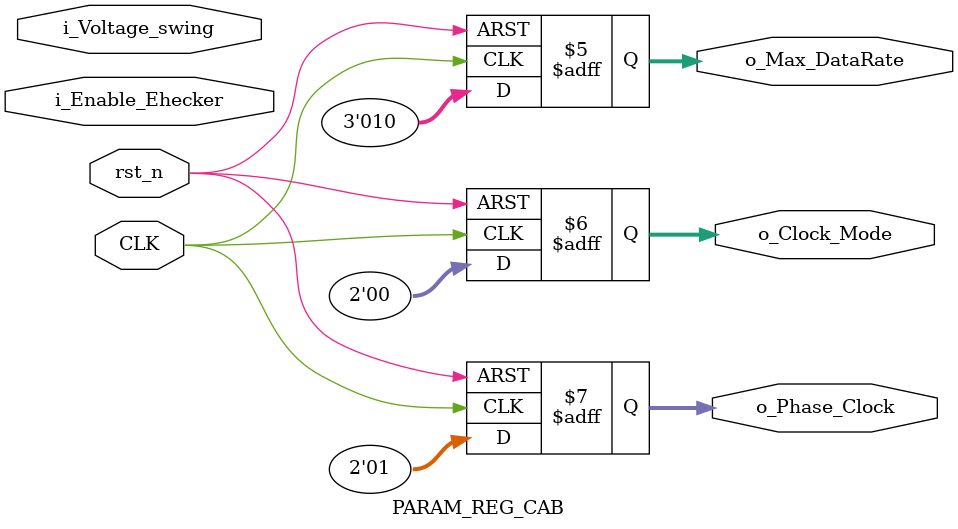
<source format=v>
module PARAM_REG_CAB (
 	input 				CLK,
  	input 				rst_n,
 	input [4:0]			i_Voltage_swing,
	input               i_Enable_Ehecker,         
	
	output reg [2:0]	o_Max_DataRate,
	output reg [1:0]	o_Clock_Mode,o_Phase_Clock
);
reg [4:0] Voltage_swing;
always @(posedge CLK or negedge rst_n) begin
	if(~rst_n) begin
		o_Max_DataRate		<= 0;
		o_Clock_Mode		<= 0;
		o_Phase_Clock		<= 0;
		Voltage_swing 		<= 0 ;
	end else begin
		o_Max_DataRate		<= 2; // 0 -> 4G || 1 -> 8G || 2 -> 12G || 3 -> 16G || 4-> 24 || 5 -> 32
		o_Clock_Mode 		<= 2'b00;
		o_Phase_Clock 		<= 2'b01;
		if (i_Enable_Ehecker)
		Voltage_swing 		<= i_Voltage_swing;
	end
end
endmodule 
</source>
